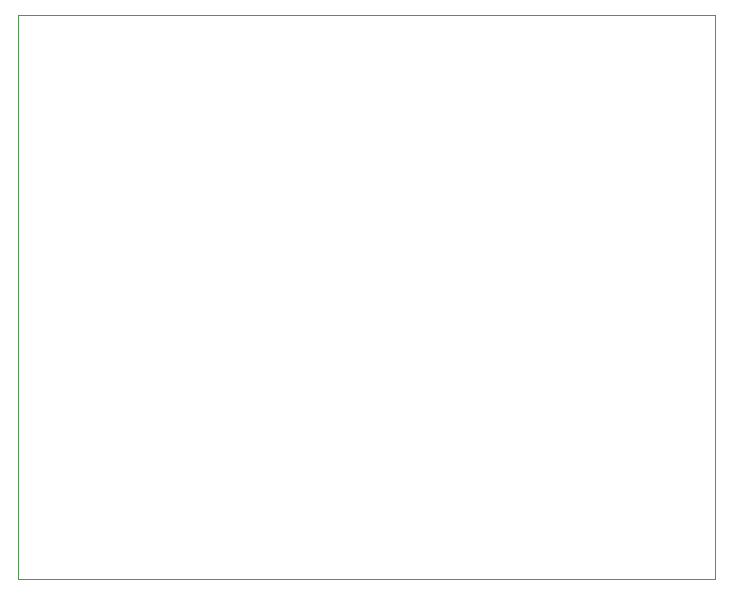
<source format=gm1>
G04 #@! TF.GenerationSoftware,KiCad,Pcbnew,5.1.10*
G04 #@! TF.CreationDate,2021-07-21T04:31:39-05:00*
G04 #@! TF.ProjectId,Power Board,506f7765-7220-4426-9f61-72642e6b6963,rev?*
G04 #@! TF.SameCoordinates,Original*
G04 #@! TF.FileFunction,Profile,NP*
%FSLAX46Y46*%
G04 Gerber Fmt 4.6, Leading zero omitted, Abs format (unit mm)*
G04 Created by KiCad (PCBNEW 5.1.10) date 2021-07-21 04:31:39*
%MOMM*%
%LPD*%
G01*
G04 APERTURE LIST*
G04 #@! TA.AperFunction,Profile*
%ADD10C,0.050000*%
G04 #@! TD*
G04 APERTURE END LIST*
D10*
X97000000Y-131000000D02*
X38250000Y-131000000D01*
X97000000Y-131000000D02*
X97000000Y-178750000D01*
X38000000Y-178750000D02*
X97000000Y-178750000D01*
X38000000Y-131000000D02*
X38000000Y-178750000D01*
X38000000Y-131000000D02*
X38250000Y-131000000D01*
M02*

</source>
